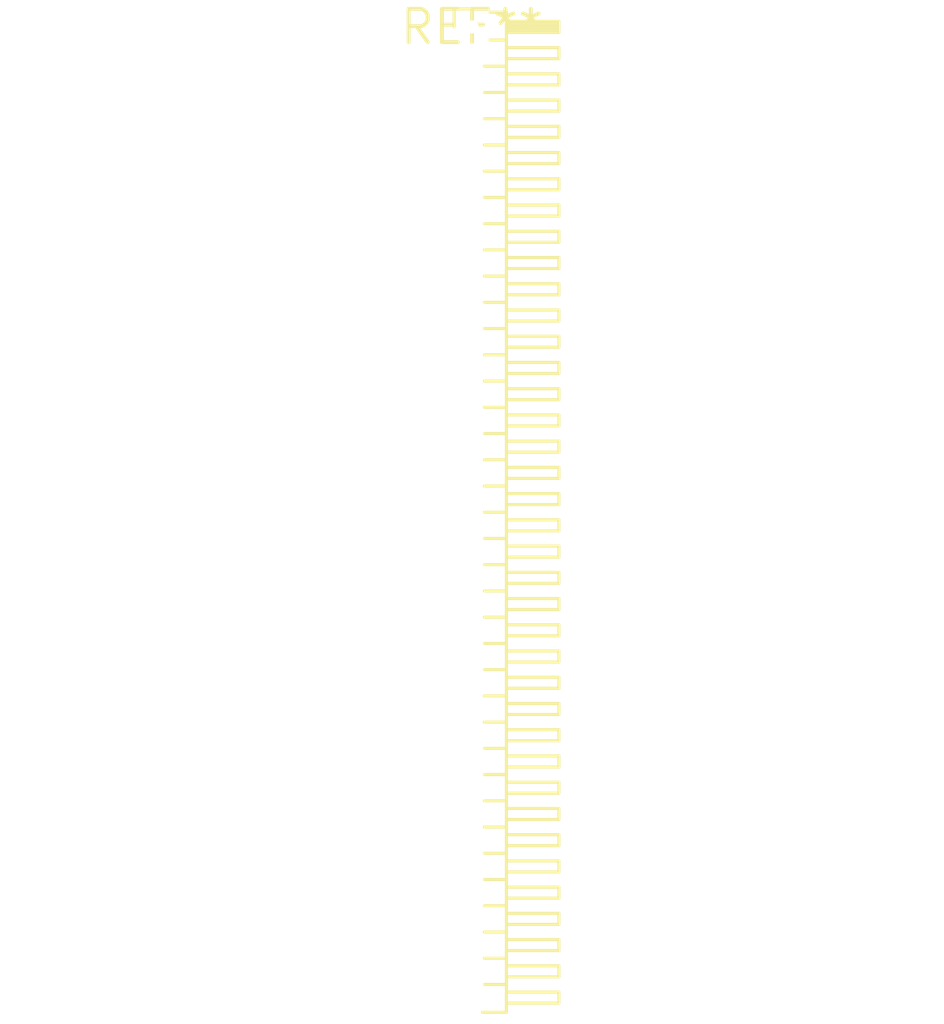
<source format=kicad_pcb>
(kicad_pcb (version 20240108) (generator pcbnew)
  (layers (0 "F.Cu" signal) (31 "B.Cu" signal) (34 "B.Paste" user) (35 "F.Paste" user) (36 "B.SilkS" user "B.Silkscreen") (37 "F.SilkS" user "F.Silkscreen") (38 "B.Mask" user) (39 "F.Mask" user) (44 "Edge.Cuts" user))
  (net 0 "")
  (footprint "PinHeader_1x38_P1.00mm_Horizontal" (layer "F.Cu") (at 0 0)
    (property "Reference" "REF**")
    (property "Value" "PinHeader_1x38_P1.00mm_Horizontal")
    (fp_line (start -0.685 -0.685) (end 0 -0.685) (layer "F.SilkS") (stroke (width 0.12)))
    (fp_line (start -0.685 0) (end -0.685 -0.685) (layer "F.SilkS") (stroke (width 0.12)))
    (fp_line (start 0.468215 1.5) (end 1.31 1.5) (layer "F.SilkS") (stroke (width 0.12)))
    (fp_line (start 0.468215 2.5) (end 1.31 2.5) (layer "F.SilkS") (stroke (width 0.12)))
    (fp_line (start 0.468215 3.5) (end 1.31 3.5) (layer "F.SilkS") (stroke (width 0.12)))
    (fp_line (start 0.468215 4.5) (end 1.31 4.5) (layer "F.SilkS") (stroke (width 0.12)))
    (fp_line (start 0.468215 5.5) (end 1.31 5.5) (layer "F.SilkS") (stroke (width 0.12)))
    (fp_line (start 0.468215 6.5) (end 1.31 6.5) (layer "F.SilkS") (stroke (width 0.12)))
    (fp_line (start 0.468215 7.5) (end 1.31 7.5) (layer "F.SilkS") (stroke (width 0.12)))
    (fp_line (start 0.468215 8.5) (end 1.31 8.5) (layer "F.SilkS") (stroke (width 0.12)))
    (fp_line (start 0.468215 9.5) (end 1.31 9.5) (layer "F.SilkS") (stroke (width 0.12)))
    (fp_line (start 0.468215 10.5) (end 1.31 10.5) (layer "F.SilkS") (stroke (width 0.12)))
    (fp_line (start 0.468215 11.5) (end 1.31 11.5) (layer "F.SilkS") (stroke (width 0.12)))
    (fp_line (start 0.468215 12.5) (end 1.31 12.5) (layer "F.SilkS") (stroke (width 0.12)))
    (fp_line (start 0.468215 13.5) (end 1.31 13.5) (layer "F.SilkS") (stroke (width 0.12)))
    (fp_line (start 0.468215 14.5) (end 1.31 14.5) (layer "F.SilkS") (stroke (width 0.12)))
    (fp_line (start 0.468215 15.5) (end 1.31 15.5) (layer "F.SilkS") (stroke (width 0.12)))
    (fp_line (start 0.468215 16.5) (end 1.31 16.5) (layer "F.SilkS") (stroke (width 0.12)))
    (fp_line (start 0.468215 17.5) (end 1.31 17.5) (layer "F.SilkS") (stroke (width 0.12)))
    (fp_line (start 0.468215 18.5) (end 1.31 18.5) (layer "F.SilkS") (stroke (width 0.12)))
    (fp_line (start 0.468215 19.5) (end 1.31 19.5) (layer "F.SilkS") (stroke (width 0.12)))
    (fp_line (start 0.468215 20.5) (end 1.31 20.5) (layer "F.SilkS") (stroke (width 0.12)))
    (fp_line (start 0.468215 21.5) (end 1.31 21.5) (layer "F.SilkS") (stroke (width 0.12)))
    (fp_line (start 0.468215 22.5) (end 1.31 22.5) (layer "F.SilkS") (stroke (width 0.12)))
    (fp_line (start 0.468215 23.5) (end 1.31 23.5) (layer "F.SilkS") (stroke (width 0.12)))
    (fp_line (start 0.468215 24.5) (end 1.31 24.5) (layer "F.SilkS") (stroke (width 0.12)))
    (fp_line (start 0.468215 25.5) (end 1.31 25.5) (layer "F.SilkS") (stroke (width 0.12)))
    (fp_line (start 0.468215 26.5) (end 1.31 26.5) (layer "F.SilkS") (stroke (width 0.12)))
    (fp_line (start 0.468215 27.5) (end 1.31 27.5) (layer "F.SilkS") (stroke (width 0.12)))
    (fp_line (start 0.468215 28.5) (end 1.31 28.5) (layer "F.SilkS") (stroke (width 0.12)))
    (fp_line (start 0.468215 29.5) (end 1.31 29.5) (layer "F.SilkS") (stroke (width 0.12)))
    (fp_line (start 0.468215 30.5) (end 1.31 30.5) (layer "F.SilkS") (stroke (width 0.12)))
    (fp_line (start 0.468215 31.5) (end 1.31 31.5) (layer "F.SilkS") (stroke (width 0.12)))
    (fp_line (start 0.468215 32.5) (end 1.31 32.5) (layer "F.SilkS") (stroke (width 0.12)))
    (fp_line (start 0.468215 33.5) (end 1.31 33.5) (layer "F.SilkS") (stroke (width 0.12)))
    (fp_line (start 0.468215 34.5) (end 1.31 34.5) (layer "F.SilkS") (stroke (width 0.12)))
    (fp_line (start 0.468215 35.5) (end 1.31 35.5) (layer "F.SilkS") (stroke (width 0.12)))
    (fp_line (start 0.468215 36.5) (end 1.31 36.5) (layer "F.SilkS") (stroke (width 0.12)))
    (fp_line (start 0.685 -0.56) (end 1.31 -0.56) (layer "F.SilkS") (stroke (width 0.12)))
    (fp_line (start 0.685 0.5) (end 1.31 0.5) (layer "F.SilkS") (stroke (width 0.12)))
    (fp_line (start 1.31 -0.56) (end 1.31 37.56) (layer "F.SilkS") (stroke (width 0.12)))
    (fp_line (start 1.31 -0.21) (end 3.31 -0.21) (layer "F.SilkS") (stroke (width 0.12)))
    (fp_line (start 1.31 -0.15) (end 3.31 -0.15) (layer "F.SilkS") (stroke (width 0.12)))
    (fp_line (start 1.31 -0.03) (end 3.31 -0.03) (layer "F.SilkS") (stroke (width 0.12)))
    (fp_line (start 1.31 0.09) (end 3.31 0.09) (layer "F.SilkS") (stroke (width 0.12)))
    (fp_line (start 1.31 0.79) (end 3.31 0.79) (layer "F.SilkS") (stroke (width 0.12)))
    (fp_line (start 1.31 1.79) (end 3.31 1.79) (layer "F.SilkS") (stroke (width 0.12)))
    (fp_line (start 1.31 2.79) (end 3.31 2.79) (layer "F.SilkS") (stroke (width 0.12)))
    (fp_line (start 1.31 3.79) (end 3.31 3.79) (layer "F.SilkS") (stroke (width 0.12)))
    (fp_line (start 1.31 4.79) (end 3.31 4.79) (layer "F.SilkS") (stroke (width 0.12)))
    (fp_line (start 1.31 5.79) (end 3.31 5.79) (layer "F.SilkS") (stroke (width 0.12)))
    (fp_line (start 1.31 6.79) (end 3.31 6.79) (layer "F.SilkS") (stroke (width 0.12)))
    (fp_line (start 1.31 7.79) (end 3.31 7.79) (layer "F.SilkS") (stroke (width 0.12)))
    (fp_line (start 1.31 8.79) (end 3.31 8.79) (layer "F.SilkS") (stroke (width 0.12)))
    (fp_line (start 1.31 9.79) (end 3.31 9.79) (layer "F.SilkS") (stroke (width 0.12)))
    (fp_line (start 1.31 10.79) (end 3.31 10.79) (layer "F.SilkS") (stroke (width 0.12)))
    (fp_line (start 1.31 11.79) (end 3.31 11.79) (layer "F.SilkS") (stroke (width 0.12)))
    (fp_line (start 1.31 12.79) (end 3.31 12.79) (layer "F.SilkS") (stroke (width 0.12)))
    (fp_line (start 1.31 13.79) (end 3.31 13.79) (layer "F.SilkS") (stroke (width 0.12)))
    (fp_line (start 1.31 14.79) (end 3.31 14.79) (layer "F.SilkS") (stroke (width 0.12)))
    (fp_line (start 1.31 15.79) (end 3.31 15.79) (layer "F.SilkS") (stroke (width 0.12)))
    (fp_line (start 1.31 16.79) (end 3.31 16.79) (layer "F.SilkS") (stroke (width 0.12)))
    (fp_line (start 1.31 17.79) (end 3.31 17.79) (layer "F.SilkS") (stroke (width 0.12)))
    (fp_line (start 1.31 18.79) (end 3.31 18.79) (layer "F.SilkS") (stroke (width 0.12)))
    (fp_line (start 1.31 19.79) (end 3.31 19.79) (layer "F.SilkS") (stroke (width 0.12)))
    (fp_line (start 1.31 20.79) (end 3.31 20.79) (layer "F.SilkS") (stroke (width 0.12)))
    (fp_line (start 1.31 21.79) (end 3.31 21.79) (layer "F.SilkS") (stroke (width 0.12)))
    (fp_line (start 1.31 22.79) (end 3.31 22.79) (layer "F.SilkS") (stroke (width 0.12)))
    (fp_line (start 1.31 23.79) (end 3.31 23.79) (layer "F.SilkS") (stroke (width 0.12)))
    (fp_line (start 1.31 24.79) (end 3.31 24.79) (layer "F.SilkS") (stroke (width 0.12)))
    (fp_line (start 1.31 25.79) (end 3.31 25.79) (layer "F.SilkS") (stroke (width 0.12)))
    (fp_line (start 1.31 26.79) (end 3.31 26.79) (layer "F.SilkS") (stroke (width 0.12)))
    (fp_line (start 1.31 27.79) (end 3.31 27.79) (layer "F.SilkS") (stroke (width 0.12)))
    (fp_line (start 1.31 28.79) (end 3.31 28.79) (layer "F.SilkS") (stroke (width 0.12)))
    (fp_line (start 1.31 29.79) (end 3.31 29.79) (layer "F.SilkS") (stroke (width 0.12)))
    (fp_line (start 1.31 30.79) (end 3.31 30.79) (layer "F.SilkS") (stroke (width 0.12)))
    (fp_line (start 1.31 31.79) (end 3.31 31.79) (layer "F.SilkS") (stroke (width 0.12)))
    (fp_line (start 1.31 32.79) (end 3.31 32.79) (layer "F.SilkS") (stroke (width 0.12)))
    (fp_line (start 1.31 33.79) (end 3.31 33.79) (layer "F.SilkS") (stroke (width 0.12)))
    (fp_line (start 1.31 34.79) (end 3.31 34.79) (layer "F.SilkS") (stroke (width 0.12)))
    (fp_line (start 1.31 35.79) (end 3.31 35.79) (layer "F.SilkS") (stroke (width 0.12)))
    (fp_line (start 1.31 36.79) (end 3.31 36.79) (layer "F.SilkS") (stroke (width 0.12)))
    (fp_line (start 1.31 37.56) (end 0.394493 37.56) (layer "F.SilkS") (stroke (width 0.12)))
    (fp_line (start 3.31 -0.21) (end 3.31 0.21) (layer "F.SilkS") (stroke (width 0.12)))
    (fp_line (start 3.31 0.21) (end 1.31 0.21) (layer "F.SilkS") (stroke (width 0.12)))
    (fp_line (start 3.31 0.79) (end 3.31 1.21) (layer "F.SilkS") (stroke (width 0.12)))
    (fp_line (start 3.31 1.21) (end 1.31 1.21) (layer "F.SilkS") (stroke (width 0.12)))
    (fp_line (start 3.31 1.79) (end 3.31 2.21) (layer "F.SilkS") (stroke (width 0.12)))
    (fp_line (start 3.31 2.21) (end 1.31 2.21) (layer "F.SilkS") (stroke (width 0.12)))
    (fp_line (start 3.31 2.79) (end 3.31 3.21) (layer "F.SilkS") (stroke (width 0.12)))
    (fp_line (start 3.31 3.21) (end 1.31 3.21) (layer "F.SilkS") (stroke (width 0.12)))
    (fp_line (start 3.31 3.79) (end 3.31 4.21) (layer "F.SilkS") (stroke (width 0.12)))
    (fp_line (start 3.31 4.21) (end 1.31 4.21) (layer "F.SilkS") (stroke (width 0.12)))
    (fp_line (start 3.31 4.79) (end 3.31 5.21) (layer "F.SilkS") (stroke (width 0.12)))
    (fp_line (start 3.31 5.21) (end 1.31 5.21) (layer "F.SilkS") (stroke (width 0.12)))
    (fp_line (start 3.31 5.79) (end 3.31 6.21) (layer "F.SilkS") (stroke (width 0.12)))
    (fp_line (start 3.31 6.21) (end 1.31 6.21) (layer "F.SilkS") (stroke (width 0.12)))
    (fp_line (start 3.31 6.79) (end 3.31 7.21) (layer "F.SilkS") (stroke (width 0.12)))
    (fp_line (start 3.31 7.21) (end 1.31 7.21) (layer "F.SilkS") (stroke (width 0.12)))
    (fp_line (start 3.31 7.79) (end 3.31 8.21) (layer "F.SilkS") (stroke (width 0.12)))
    (fp_line (start 3.31 8.21) (end 1.31 8.21) (layer "F.SilkS") (stroke (width 0.12)))
    (fp_line (start 3.31 8.79) (end 3.31 9.21) (layer "F.SilkS") (stroke (width 0.12)))
    (fp_line (start 3.31 9.21) (end 1.31 9.21) (layer "F.SilkS") (stroke (width 0.12)))
    (fp_line (start 3.31 9.79) (end 3.31 10.21) (layer "F.SilkS") (stroke (width 0.12)))
    (fp_line (start 3.31 10.21) (end 1.31 10.21) (layer "F.SilkS") (stroke (width 0.12)))
    (fp_line (start 3.31 10.79) (end 3.31 11.21) (layer "F.SilkS") (stroke (width 0.12)))
    (fp_line (start 3.31 11.21) (end 1.31 11.21) (layer "F.SilkS") (stroke (width 0.12)))
    (fp_line (start 3.31 11.79) (end 3.31 12.21) (layer "F.SilkS") (stroke (width 0.12)))
    (fp_line (start 3.31 12.21) (end 1.31 12.21) (layer "F.SilkS") (stroke (width 0.12)))
    (fp_line (start 3.31 12.79) (end 3.31 13.21) (layer "F.SilkS") (stroke (width 0.12)))
    (fp_line (start 3.31 13.21) (end 1.31 13.21) (layer "F.SilkS") (stroke (width 0.12)))
    (fp_line (start 3.31 13.79) (end 3.31 14.21) (layer "F.SilkS") (stroke (width 0.12)))
    (fp_line (start 3.31 14.21) (end 1.31 14.21) (layer "F.SilkS") (stroke (width 0.12)))
    (fp_line (start 3.31 14.79) (end 3.31 15.21) (layer "F.SilkS") (stroke (width 0.12)))
    (fp_line (start 3.31 15.21) (end 1.31 15.21) (layer "F.SilkS") (stroke (width 0.12)))
    (fp_line (start 3.31 15.79) (end 3.31 16.21) (layer "F.SilkS") (stroke (width 0.12)))
    (fp_line (start 3.31 16.21) (end 1.31 16.21) (layer "F.SilkS") (stroke (width 0.12)))
    (fp_line (start 3.31 16.79) (end 3.31 17.21) (layer "F.SilkS") (stroke (width 0.12)))
    (fp_line (start 3.31 17.21) (end 1.31 17.21) (layer "F.SilkS") (stroke (width 0.12)))
    (fp_line (start 3.31 17.79) (end 3.31 18.21) (layer "F.SilkS") (stroke (width 0.12)))
    (fp_line (start 3.31 18.21) (end 1.31 18.21) (layer "F.SilkS") (stroke (width 0.12)))
    (fp_line (start 3.31 18.79) (end 3.31 19.21) (layer "F.SilkS") (stroke (width 0.12)))
    (fp_line (start 3.31 19.21) (end 1.31 19.21) (layer "F.SilkS") (stroke (width 0.12)))
    (fp_line (start 3.31 19.79) (end 3.31 20.21) (layer "F.SilkS") (stroke (width 0.12)))
    (fp_line (start 3.31 20.21) (end 1.31 20.21) (layer "F.SilkS") (stroke (width 0.12)))
    (fp_line (start 3.31 20.79) (end 3.31 21.21) (layer "F.SilkS") (stroke (width 0.12)))
    (fp_line (start 3.31 21.21) (end 1.31 21.21) (layer "F.SilkS") (stroke (width 0.12)))
    (fp_line (start 3.31 21.79) (end 3.31 22.21) (layer "F.SilkS") (stroke (width 0.12)))
    (fp_line (start 3.31 22.21) (end 1.31 22.21) (layer "F.SilkS") (stroke (width 0.12)))
    (fp_line (start 3.31 22.79) (end 3.31 23.21) (layer "F.SilkS") (stroke (width 0.12)))
    (fp_line (start 3.31 23.21) (end 1.31 23.21) (layer "F.SilkS") (stroke (width 0.12)))
    (fp_line (start 3.31 23.79) (end 3.31 24.21) (layer "F.SilkS") (stroke (width 0.12)))
    (fp_line (start 3.31 24.21) (end 1.31 24.21) (layer "F.SilkS") (stroke (width 0.12)))
    (fp_line (start 3.31 24.79) (end 3.31 25.21) (layer "F.SilkS") (stroke (width 0.12)))
    (fp_line (start 3.31 25.21) (end 1.31 25.21) (layer "F.SilkS") (stroke (width 0.12)))
    (fp_line (start 3.31 25.79) (end 3.31 26.21) (layer "F.SilkS") (stroke (width 0.12)))
    (fp_line (start 3.31 26.21) (end 1.31 26.21) (layer "F.SilkS") (stroke (width 0.12)))
    (fp_line (start 3.31 26.79) (end 3.31 27.21) (layer "F.SilkS") (stroke (width 0.12)))
    (fp_line (start 3.31 27.21) (end 1.31 27.21) (layer "F.SilkS") (stroke (width 0.12)))
    (fp_line (start 3.31 27.79) (end 3.31 28.21) (layer "F.SilkS") (stroke (width 0.12)))
    (fp_line (start 3.31 28.21) (end 1.31 28.21) (layer "F.SilkS") (stroke (width 0.12)))
    (fp_line (start 3.31 28.79) (end 3.31 29.21) (layer "F.SilkS") (stroke (width 0.12)))
    (fp_line (start 3.31 29.21) (end 1.31 29.21) (layer "F.SilkS") (stroke (width 0.12)))
    (fp_line (start 3.31 29.79) (end 3.31 30.21) (layer "F.SilkS") (stroke (width 0.12)))
    (fp_line (start 3.31 30.21) (end 1.31 30.21) (layer "F.SilkS") (stroke (width 0.12)))
    (fp_line (start 3.31 30.79) (end 3.31 31.21) (layer "F.SilkS") (stroke (width 0.12)))
    (fp_line (start 3.31 31.21) (end 1.31 31.21) (layer "F.SilkS") (stroke (width 0.12)))
    (fp_line (start 3.31 31.79) (end 3.31 32.21) (layer "F.SilkS") (stroke (width 0.12)))
    (fp_line (start 3.31 32.21) (end 1.31 32.21) (layer "F.SilkS") (stroke (width 0.12)))
    (fp_line (start 3.31 32.79) (end 3.31 33.21) (layer "F.SilkS") (stroke (width 0.12)))
    (fp_line (start 3.31 33.21) (end 1.31 33.21) (layer "F.SilkS") (stroke (width 0.12)))
    (fp_line (start 3.31 33.79) (end 3.31 34.21) (layer "F.SilkS") (stroke (width 0.12)))
    (fp_line (start 3.31 34.21) (end 1.31 34.21) (layer "F.SilkS") (stroke (width 0.12)))
    (fp_line (start 3.31 34.79) (end 3.31 35.21) (layer "F.SilkS") (stroke (width 0.12)))
    (fp_line (start 3.31 35.21) (end 1.31 35.21) (layer "F.SilkS") (stroke (width 0.12)))
    (fp_line (start 3.31 35.79) (end 3.31 36.21) (layer "F.SilkS") (stroke (width 0.12)))
    (fp_line (start 3.31 36.21) (end 1.31 36.21) (layer "F.SilkS") (stroke (width 0.12)))
    (fp_line (start 3.31 36.79) (end 3.31 37.21) (layer "F.SilkS") (stroke (width 0.12)))
    (fp_line (start 3.31 37.21) (end 1.31 37.21) (layer "F.SilkS") (stroke (width 0.12)))
    (pad "1" thru_hole rect (at 0 0) (size 0.85 0.85) (drill 0.5) (layers *.Cu *.Mask) (remove_unused_layers))
    (pad "2" thru_hole oval (at 0 1) (size 0.85 0.85) (drill 0.5) (layers *.Cu *.Mask) (remove_unused_layers))
    (pad "3" thru_hole oval (at 0 2) (size 0.85 0.85) (drill 0.5) (layers *.Cu *.Mask) (remove_unused_layers))
    (pad "4" thru_hole oval (at 0 3) (size 0.85 0.85) (drill 0.5) (layers *.Cu *.Mask) (remove_unused_layers))
    (pad "5" thru_hole oval (at 0 4) (size 0.85 0.85) (drill 0.5) (layers *.Cu *.Mask) (remove_unused_layers))
    (pad "6" thru_hole oval (at 0 5) (size 0.85 0.85) (drill 0.5) (layers *.Cu *.Mask) (remove_unused_layers))
    (pad "7" thru_hole oval (at 0 6) (size 0.85 0.85) (drill 0.5) (layers *.Cu *.Mask) (remove_unused_layers))
    (pad "8" thru_hole oval (at 0 7) (size 0.85 0.85) (drill 0.5) (layers *.Cu *.Mask) (remove_unused_layers))
    (pad "9" thru_hole oval (at 0 8) (size 0.85 0.85) (drill 0.5) (layers *.Cu *.Mask) (remove_unused_layers))
    (pad "10" thru_hole oval (at 0 9) (size 0.85 0.85) (drill 0.5) (layers *.Cu *.Mask) (remove_unused_layers))
    (pad "11" thru_hole oval (at 0 10) (size 0.85 0.85) (drill 0.5) (layers *.Cu *.Mask) (remove_unused_layers))
    (pad "12" thru_hole oval (at 0 11) (size 0.85 0.85) (drill 0.5) (layers *.Cu *.Mask) (remove_unused_layers))
    (pad "13" thru_hole oval (at 0 12) (size 0.85 0.85) (drill 0.5) (layers *.Cu *.Mask) (remove_unused_layers))
    (pad "14" thru_hole oval (at 0 13) (size 0.85 0.85) (drill 0.5) (layers *.Cu *.Mask) (remove_unused_layers))
    (pad "15" thru_hole oval (at 0 14) (size 0.85 0.85) (drill 0.5) (layers *.Cu *.Mask) (remove_unused_layers))
    (pad "16" thru_hole oval (at 0 15) (size 0.85 0.85) (drill 0.5) (layers *.Cu *.Mask) (remove_unused_layers))
    (pad "17" thru_hole oval (at 0 16) (size 0.85 0.85) (drill 0.5) (layers *.Cu *.Mask) (remove_unused_layers))
    (pad "18" thru_hole oval (at 0 17) (size 0.85 0.85) (drill 0.5) (layers *.Cu *.Mask) (remove_unused_layers))
    (pad "19" thru_hole oval (at 0 18) (size 0.85 0.85) (drill 0.5) (layers *.Cu *.Mask) (remove_unused_layers))
    (pad "20" thru_hole oval (at 0 19) (size 0.85 0.85) (drill 0.5) (layers *.Cu *.Mask) (remove_unused_layers))
    (pad "21" thru_hole oval (at 0 20) (size 0.85 0.85) (drill 0.5) (layers *.Cu *.Mask) (remove_unused_layers))
    (pad "22" thru_hole oval (at 0 21) (size 0.85 0.85) (drill 0.5) (layers *.Cu *.Mask) (remove_unused_layers))
    (pad "23" thru_hole oval (at 0 22) (size 0.85 0.85) (drill 0.5) (layers *.Cu *.Mask) (remove_unused_layers))
    (pad "24" thru_hole oval (at 0 23) (size 0.85 0.85) (drill 0.5) (layers *.Cu *.Mask) (remove_unused_layers))
    (pad "25" thru_hole oval (at 0 24) (size 0.85 0.85) (drill 0.5) (layers *.Cu *.Mask) (remove_unused_layers))
    (pad "26" thru_hole oval (at 0 25) (size 0.85 0.85) (drill 0.5) (layers *.Cu *.Mask) (remove_unused_layers))
    (pad "27" thru_hole oval (at 0 26) (size 0.85 0.85) (drill 0.5) (layers *.Cu *.Mask) (remove_unused_layers))
    (pad "28" thru_hole oval (at 0 27) (size 0.85 0.85) (drill 0.5) (layers *.Cu *.Mask) (remove_unused_layers))
    (pad "29" thru_hole oval (at 0 28) (size 0.85 0.85) (drill 0.5) (layers *.Cu *.Mask) (remove_unused_layers))
    (pad "30" thru_hole oval (at 0 29) (size 0.85 0.85) (drill 0.5) (layers *.Cu *.Mask) (remove_unused_layers))
    (pad "31" thru_hole oval (at 0 30) (size 0.85 0.85) (drill 0.5) (layers *.Cu *.Mask) (remove_unused_layers))
    (pad "32" thru_hole oval (at 0 31) (size 0.85 0.85) (drill 0.5) (layers *.Cu *.Mask) (remove_unused_layers))
    (pad "33" thru_hole oval (at 0 32) (size 0.85 0.85) (drill 0.5) (layers *.Cu *.Mask) (remove_unused_layers))
    (pad "34" thru_hole oval (at 0 33) (size 0.85 0.85) (drill 0.5) (layers *.Cu *.Mask) (remove_unused_layers))
    (pad "35" thru_hole oval (at 0 34) (size 0.85 0.85) (drill 0.5) (layers *.Cu *.Mask) (remove_unused_layers))
    (pad "36" thru_hole oval (at 0 35) (size 0.85 0.85) (drill 0.5) (layers *.Cu *.Mask) (remove_unused_layers))
    (pad "37" thru_hole oval (at 0 36) (size 0.85 0.85) (drill 0.5) (layers *.Cu *.Mask) (remove_unused_layers))
    (pad "38" thru_hole oval (at 0 37) (size 0.85 0.85) (drill 0.5) (layers *.Cu *.Mask) (remove_unused_layers))
  )
)
</source>
